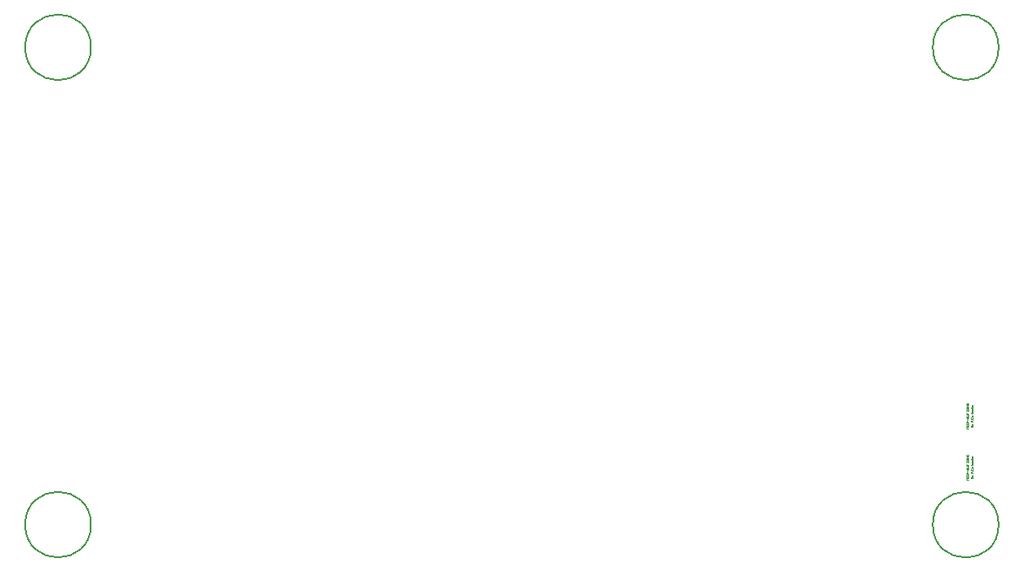
<source format=gbr>
%TF.GenerationSoftware,KiCad,Pcbnew,7.0.7*%
%TF.CreationDate,2023-08-28T09:58:41+02:00*%
%TF.ProjectId,solenoidDecoder,736f6c65-6e6f-4696-9444-65636f646572,rev?*%
%TF.SameCoordinates,Original*%
%TF.FileFunction,Other,Comment*%
%FSLAX46Y46*%
G04 Gerber Fmt 4.6, Leading zero omitted, Abs format (unit mm)*
G04 Created by KiCad (PCBNEW 7.0.7) date 2023-08-28 09:58:41*
%MOMM*%
%LPD*%
G01*
G04 APERTURE LIST*
%ADD10C,0.030000*%
%ADD11C,0.150000*%
G04 APERTURE END LIST*
D10*
X143781963Y-82125284D02*
X143581963Y-82125284D01*
X143781963Y-82010999D02*
X143667678Y-82096713D01*
X143581963Y-82010999D02*
X143696249Y-82125284D01*
X143677201Y-81925284D02*
X143677201Y-81858618D01*
X143781963Y-81830046D02*
X143781963Y-81925284D01*
X143781963Y-81925284D02*
X143581963Y-81925284D01*
X143581963Y-81925284D02*
X143581963Y-81830046D01*
X143677201Y-81744332D02*
X143677201Y-81677666D01*
X143781963Y-81649094D02*
X143781963Y-81744332D01*
X143781963Y-81744332D02*
X143581963Y-81744332D01*
X143581963Y-81744332D02*
X143581963Y-81649094D01*
X143781963Y-81563380D02*
X143581963Y-81563380D01*
X143581963Y-81563380D02*
X143581963Y-81487190D01*
X143581963Y-81487190D02*
X143591487Y-81468142D01*
X143591487Y-81468142D02*
X143601011Y-81458619D01*
X143601011Y-81458619D02*
X143620059Y-81449095D01*
X143620059Y-81449095D02*
X143648630Y-81449095D01*
X143648630Y-81449095D02*
X143667678Y-81458619D01*
X143667678Y-81458619D02*
X143677201Y-81468142D01*
X143677201Y-81468142D02*
X143686725Y-81487190D01*
X143686725Y-81487190D02*
X143686725Y-81563380D01*
X143705773Y-81363380D02*
X143705773Y-81211000D01*
X143581963Y-81077666D02*
X143581963Y-81039571D01*
X143581963Y-81039571D02*
X143591487Y-81020523D01*
X143591487Y-81020523D02*
X143610535Y-81001476D01*
X143610535Y-81001476D02*
X143648630Y-80991952D01*
X143648630Y-80991952D02*
X143715297Y-80991952D01*
X143715297Y-80991952D02*
X143753392Y-81001476D01*
X143753392Y-81001476D02*
X143772440Y-81020523D01*
X143772440Y-81020523D02*
X143781963Y-81039571D01*
X143781963Y-81039571D02*
X143781963Y-81077666D01*
X143781963Y-81077666D02*
X143772440Y-81096714D01*
X143772440Y-81096714D02*
X143753392Y-81115761D01*
X143753392Y-81115761D02*
X143715297Y-81125285D01*
X143715297Y-81125285D02*
X143648630Y-81125285D01*
X143648630Y-81125285D02*
X143610535Y-81115761D01*
X143610535Y-81115761D02*
X143591487Y-81096714D01*
X143591487Y-81096714D02*
X143581963Y-81077666D01*
X143581963Y-80906237D02*
X143743868Y-80906237D01*
X143743868Y-80906237D02*
X143762916Y-80896714D01*
X143762916Y-80896714D02*
X143772440Y-80887190D01*
X143772440Y-80887190D02*
X143781963Y-80868142D01*
X143781963Y-80868142D02*
X143781963Y-80830047D01*
X143781963Y-80830047D02*
X143772440Y-80810999D01*
X143772440Y-80810999D02*
X143762916Y-80801476D01*
X143762916Y-80801476D02*
X143743868Y-80791952D01*
X143743868Y-80791952D02*
X143581963Y-80791952D01*
X143581963Y-80725285D02*
X143581963Y-80610999D01*
X143781963Y-80668142D02*
X143581963Y-80668142D01*
X143581963Y-80410999D02*
X143581963Y-80277666D01*
X143581963Y-80277666D02*
X143781963Y-80410999D01*
X143781963Y-80410999D02*
X143781963Y-80277666D01*
X143581963Y-80163380D02*
X143581963Y-80125285D01*
X143581963Y-80125285D02*
X143591487Y-80106237D01*
X143591487Y-80106237D02*
X143610535Y-80087190D01*
X143610535Y-80087190D02*
X143648630Y-80077666D01*
X143648630Y-80077666D02*
X143715297Y-80077666D01*
X143715297Y-80077666D02*
X143753392Y-80087190D01*
X143753392Y-80087190D02*
X143772440Y-80106237D01*
X143772440Y-80106237D02*
X143781963Y-80125285D01*
X143781963Y-80125285D02*
X143781963Y-80163380D01*
X143781963Y-80163380D02*
X143772440Y-80182428D01*
X143772440Y-80182428D02*
X143753392Y-80201475D01*
X143753392Y-80201475D02*
X143715297Y-80210999D01*
X143715297Y-80210999D02*
X143648630Y-80210999D01*
X143648630Y-80210999D02*
X143610535Y-80201475D01*
X143610535Y-80201475D02*
X143591487Y-80182428D01*
X143591487Y-80182428D02*
X143581963Y-80163380D01*
X143781963Y-79991951D02*
X143581963Y-79991951D01*
X143581963Y-79991951D02*
X143781963Y-79877666D01*
X143781963Y-79877666D02*
X143581963Y-79877666D01*
X143677201Y-79782427D02*
X143677201Y-79715761D01*
X143781963Y-79687189D02*
X143781963Y-79782427D01*
X143781963Y-79782427D02*
X143581963Y-79782427D01*
X143581963Y-79782427D02*
X143581963Y-79687189D01*
X144181963Y-81991952D02*
X143981963Y-81991952D01*
X143981963Y-81991952D02*
X144181963Y-81877667D01*
X144181963Y-81877667D02*
X143981963Y-81877667D01*
X144181963Y-81753857D02*
X144172440Y-81772905D01*
X144172440Y-81772905D02*
X144162916Y-81782428D01*
X144162916Y-81782428D02*
X144143868Y-81791952D01*
X144143868Y-81791952D02*
X144086725Y-81791952D01*
X144086725Y-81791952D02*
X144067678Y-81782428D01*
X144067678Y-81782428D02*
X144058154Y-81772905D01*
X144058154Y-81772905D02*
X144048630Y-81753857D01*
X144048630Y-81753857D02*
X144048630Y-81725286D01*
X144048630Y-81725286D02*
X144058154Y-81706238D01*
X144058154Y-81706238D02*
X144067678Y-81696714D01*
X144067678Y-81696714D02*
X144086725Y-81687190D01*
X144086725Y-81687190D02*
X144143868Y-81687190D01*
X144143868Y-81687190D02*
X144162916Y-81696714D01*
X144162916Y-81696714D02*
X144172440Y-81706238D01*
X144172440Y-81706238D02*
X144181963Y-81725286D01*
X144181963Y-81725286D02*
X144181963Y-81753857D01*
X144077201Y-81382429D02*
X144077201Y-81449095D01*
X144181963Y-81449095D02*
X143981963Y-81449095D01*
X143981963Y-81449095D02*
X143981963Y-81353857D01*
X144162916Y-81277666D02*
X144172440Y-81268143D01*
X144172440Y-81268143D02*
X144181963Y-81277666D01*
X144181963Y-81277666D02*
X144172440Y-81287190D01*
X144172440Y-81287190D02*
X144162916Y-81277666D01*
X144162916Y-81277666D02*
X144181963Y-81277666D01*
X144162916Y-81068143D02*
X144172440Y-81077667D01*
X144172440Y-81077667D02*
X144181963Y-81106238D01*
X144181963Y-81106238D02*
X144181963Y-81125286D01*
X144181963Y-81125286D02*
X144172440Y-81153857D01*
X144172440Y-81153857D02*
X144153392Y-81172905D01*
X144153392Y-81172905D02*
X144134344Y-81182428D01*
X144134344Y-81182428D02*
X144096249Y-81191952D01*
X144096249Y-81191952D02*
X144067678Y-81191952D01*
X144067678Y-81191952D02*
X144029582Y-81182428D01*
X144029582Y-81182428D02*
X144010535Y-81172905D01*
X144010535Y-81172905D02*
X143991487Y-81153857D01*
X143991487Y-81153857D02*
X143981963Y-81125286D01*
X143981963Y-81125286D02*
X143981963Y-81106238D01*
X143981963Y-81106238D02*
X143991487Y-81077667D01*
X143991487Y-81077667D02*
X144001011Y-81068143D01*
X144048630Y-80896714D02*
X144181963Y-80896714D01*
X144048630Y-80982428D02*
X144153392Y-80982428D01*
X144153392Y-80982428D02*
X144172440Y-80972905D01*
X144172440Y-80972905D02*
X144181963Y-80953857D01*
X144181963Y-80953857D02*
X144181963Y-80925286D01*
X144181963Y-80925286D02*
X144172440Y-80906238D01*
X144172440Y-80906238D02*
X144162916Y-80896714D01*
X144048630Y-80677667D02*
X144048630Y-80601476D01*
X143981963Y-80649095D02*
X144153392Y-80649095D01*
X144153392Y-80649095D02*
X144172440Y-80639572D01*
X144172440Y-80639572D02*
X144181963Y-80620524D01*
X144181963Y-80620524D02*
X144181963Y-80601476D01*
X144181963Y-80534809D02*
X144048630Y-80534809D01*
X144086725Y-80534809D02*
X144067678Y-80525286D01*
X144067678Y-80525286D02*
X144058154Y-80515762D01*
X144058154Y-80515762D02*
X144048630Y-80496714D01*
X144048630Y-80496714D02*
X144048630Y-80477667D01*
X144181963Y-80325285D02*
X144077201Y-80325285D01*
X144077201Y-80325285D02*
X144058154Y-80334809D01*
X144058154Y-80334809D02*
X144048630Y-80353857D01*
X144048630Y-80353857D02*
X144048630Y-80391952D01*
X144048630Y-80391952D02*
X144058154Y-80410999D01*
X144172440Y-80325285D02*
X144181963Y-80344333D01*
X144181963Y-80344333D02*
X144181963Y-80391952D01*
X144181963Y-80391952D02*
X144172440Y-80410999D01*
X144172440Y-80410999D02*
X144153392Y-80420523D01*
X144153392Y-80420523D02*
X144134344Y-80420523D01*
X144134344Y-80420523D02*
X144115297Y-80410999D01*
X144115297Y-80410999D02*
X144105773Y-80391952D01*
X144105773Y-80391952D02*
X144105773Y-80344333D01*
X144105773Y-80344333D02*
X144096249Y-80325285D01*
X144172440Y-80144333D02*
X144181963Y-80163381D01*
X144181963Y-80163381D02*
X144181963Y-80201476D01*
X144181963Y-80201476D02*
X144172440Y-80220524D01*
X144172440Y-80220524D02*
X144162916Y-80230047D01*
X144162916Y-80230047D02*
X144143868Y-80239571D01*
X144143868Y-80239571D02*
X144086725Y-80239571D01*
X144086725Y-80239571D02*
X144067678Y-80230047D01*
X144067678Y-80230047D02*
X144058154Y-80220524D01*
X144058154Y-80220524D02*
X144048630Y-80201476D01*
X144048630Y-80201476D02*
X144048630Y-80163381D01*
X144048630Y-80163381D02*
X144058154Y-80144333D01*
X144181963Y-80058618D02*
X143981963Y-80058618D01*
X144105773Y-80039571D02*
X144181963Y-79982428D01*
X144048630Y-79982428D02*
X144124820Y-80058618D01*
X144172440Y-79906237D02*
X144181963Y-79887190D01*
X144181963Y-79887190D02*
X144181963Y-79849094D01*
X144181963Y-79849094D02*
X144172440Y-79830047D01*
X144172440Y-79830047D02*
X144153392Y-79820523D01*
X144153392Y-79820523D02*
X144143868Y-79820523D01*
X144143868Y-79820523D02*
X144124820Y-79830047D01*
X144124820Y-79830047D02*
X144115297Y-79849094D01*
X144115297Y-79849094D02*
X144115297Y-79877666D01*
X144115297Y-79877666D02*
X144105773Y-79896713D01*
X144105773Y-79896713D02*
X144086725Y-79906237D01*
X144086725Y-79906237D02*
X144077201Y-79906237D01*
X144077201Y-79906237D02*
X144058154Y-79896713D01*
X144058154Y-79896713D02*
X144048630Y-79877666D01*
X144048630Y-79877666D02*
X144048630Y-79849094D01*
X144048630Y-79849094D02*
X144058154Y-79830047D01*
X143781963Y-77125284D02*
X143581963Y-77125284D01*
X143781963Y-77010999D02*
X143667678Y-77096713D01*
X143581963Y-77010999D02*
X143696249Y-77125284D01*
X143677201Y-76925284D02*
X143677201Y-76858618D01*
X143781963Y-76830046D02*
X143781963Y-76925284D01*
X143781963Y-76925284D02*
X143581963Y-76925284D01*
X143581963Y-76925284D02*
X143581963Y-76830046D01*
X143677201Y-76744332D02*
X143677201Y-76677666D01*
X143781963Y-76649094D02*
X143781963Y-76744332D01*
X143781963Y-76744332D02*
X143581963Y-76744332D01*
X143581963Y-76744332D02*
X143581963Y-76649094D01*
X143781963Y-76563380D02*
X143581963Y-76563380D01*
X143581963Y-76563380D02*
X143581963Y-76487190D01*
X143581963Y-76487190D02*
X143591487Y-76468142D01*
X143591487Y-76468142D02*
X143601011Y-76458619D01*
X143601011Y-76458619D02*
X143620059Y-76449095D01*
X143620059Y-76449095D02*
X143648630Y-76449095D01*
X143648630Y-76449095D02*
X143667678Y-76458619D01*
X143667678Y-76458619D02*
X143677201Y-76468142D01*
X143677201Y-76468142D02*
X143686725Y-76487190D01*
X143686725Y-76487190D02*
X143686725Y-76563380D01*
X143705773Y-76363380D02*
X143705773Y-76211000D01*
X143581963Y-76077666D02*
X143581963Y-76039571D01*
X143581963Y-76039571D02*
X143591487Y-76020523D01*
X143591487Y-76020523D02*
X143610535Y-76001476D01*
X143610535Y-76001476D02*
X143648630Y-75991952D01*
X143648630Y-75991952D02*
X143715297Y-75991952D01*
X143715297Y-75991952D02*
X143753392Y-76001476D01*
X143753392Y-76001476D02*
X143772440Y-76020523D01*
X143772440Y-76020523D02*
X143781963Y-76039571D01*
X143781963Y-76039571D02*
X143781963Y-76077666D01*
X143781963Y-76077666D02*
X143772440Y-76096714D01*
X143772440Y-76096714D02*
X143753392Y-76115761D01*
X143753392Y-76115761D02*
X143715297Y-76125285D01*
X143715297Y-76125285D02*
X143648630Y-76125285D01*
X143648630Y-76125285D02*
X143610535Y-76115761D01*
X143610535Y-76115761D02*
X143591487Y-76096714D01*
X143591487Y-76096714D02*
X143581963Y-76077666D01*
X143581963Y-75906237D02*
X143743868Y-75906237D01*
X143743868Y-75906237D02*
X143762916Y-75896714D01*
X143762916Y-75896714D02*
X143772440Y-75887190D01*
X143772440Y-75887190D02*
X143781963Y-75868142D01*
X143781963Y-75868142D02*
X143781963Y-75830047D01*
X143781963Y-75830047D02*
X143772440Y-75810999D01*
X143772440Y-75810999D02*
X143762916Y-75801476D01*
X143762916Y-75801476D02*
X143743868Y-75791952D01*
X143743868Y-75791952D02*
X143581963Y-75791952D01*
X143581963Y-75725285D02*
X143581963Y-75610999D01*
X143781963Y-75668142D02*
X143581963Y-75668142D01*
X143581963Y-75410999D02*
X143581963Y-75277666D01*
X143581963Y-75277666D02*
X143781963Y-75410999D01*
X143781963Y-75410999D02*
X143781963Y-75277666D01*
X143581963Y-75163380D02*
X143581963Y-75125285D01*
X143581963Y-75125285D02*
X143591487Y-75106237D01*
X143591487Y-75106237D02*
X143610535Y-75087190D01*
X143610535Y-75087190D02*
X143648630Y-75077666D01*
X143648630Y-75077666D02*
X143715297Y-75077666D01*
X143715297Y-75077666D02*
X143753392Y-75087190D01*
X143753392Y-75087190D02*
X143772440Y-75106237D01*
X143772440Y-75106237D02*
X143781963Y-75125285D01*
X143781963Y-75125285D02*
X143781963Y-75163380D01*
X143781963Y-75163380D02*
X143772440Y-75182428D01*
X143772440Y-75182428D02*
X143753392Y-75201475D01*
X143753392Y-75201475D02*
X143715297Y-75210999D01*
X143715297Y-75210999D02*
X143648630Y-75210999D01*
X143648630Y-75210999D02*
X143610535Y-75201475D01*
X143610535Y-75201475D02*
X143591487Y-75182428D01*
X143591487Y-75182428D02*
X143581963Y-75163380D01*
X143781963Y-74991951D02*
X143581963Y-74991951D01*
X143581963Y-74991951D02*
X143781963Y-74877666D01*
X143781963Y-74877666D02*
X143581963Y-74877666D01*
X143677201Y-74782427D02*
X143677201Y-74715761D01*
X143781963Y-74687189D02*
X143781963Y-74782427D01*
X143781963Y-74782427D02*
X143581963Y-74782427D01*
X143581963Y-74782427D02*
X143581963Y-74687189D01*
X144181963Y-76991952D02*
X143981963Y-76991952D01*
X143981963Y-76991952D02*
X144181963Y-76877667D01*
X144181963Y-76877667D02*
X143981963Y-76877667D01*
X144181963Y-76753857D02*
X144172440Y-76772905D01*
X144172440Y-76772905D02*
X144162916Y-76782428D01*
X144162916Y-76782428D02*
X144143868Y-76791952D01*
X144143868Y-76791952D02*
X144086725Y-76791952D01*
X144086725Y-76791952D02*
X144067678Y-76782428D01*
X144067678Y-76782428D02*
X144058154Y-76772905D01*
X144058154Y-76772905D02*
X144048630Y-76753857D01*
X144048630Y-76753857D02*
X144048630Y-76725286D01*
X144048630Y-76725286D02*
X144058154Y-76706238D01*
X144058154Y-76706238D02*
X144067678Y-76696714D01*
X144067678Y-76696714D02*
X144086725Y-76687190D01*
X144086725Y-76687190D02*
X144143868Y-76687190D01*
X144143868Y-76687190D02*
X144162916Y-76696714D01*
X144162916Y-76696714D02*
X144172440Y-76706238D01*
X144172440Y-76706238D02*
X144181963Y-76725286D01*
X144181963Y-76725286D02*
X144181963Y-76753857D01*
X144077201Y-76382429D02*
X144077201Y-76449095D01*
X144181963Y-76449095D02*
X143981963Y-76449095D01*
X143981963Y-76449095D02*
X143981963Y-76353857D01*
X144162916Y-76277666D02*
X144172440Y-76268143D01*
X144172440Y-76268143D02*
X144181963Y-76277666D01*
X144181963Y-76277666D02*
X144172440Y-76287190D01*
X144172440Y-76287190D02*
X144162916Y-76277666D01*
X144162916Y-76277666D02*
X144181963Y-76277666D01*
X144162916Y-76068143D02*
X144172440Y-76077667D01*
X144172440Y-76077667D02*
X144181963Y-76106238D01*
X144181963Y-76106238D02*
X144181963Y-76125286D01*
X144181963Y-76125286D02*
X144172440Y-76153857D01*
X144172440Y-76153857D02*
X144153392Y-76172905D01*
X144153392Y-76172905D02*
X144134344Y-76182428D01*
X144134344Y-76182428D02*
X144096249Y-76191952D01*
X144096249Y-76191952D02*
X144067678Y-76191952D01*
X144067678Y-76191952D02*
X144029582Y-76182428D01*
X144029582Y-76182428D02*
X144010535Y-76172905D01*
X144010535Y-76172905D02*
X143991487Y-76153857D01*
X143991487Y-76153857D02*
X143981963Y-76125286D01*
X143981963Y-76125286D02*
X143981963Y-76106238D01*
X143981963Y-76106238D02*
X143991487Y-76077667D01*
X143991487Y-76077667D02*
X144001011Y-76068143D01*
X144048630Y-75896714D02*
X144181963Y-75896714D01*
X144048630Y-75982428D02*
X144153392Y-75982428D01*
X144153392Y-75982428D02*
X144172440Y-75972905D01*
X144172440Y-75972905D02*
X144181963Y-75953857D01*
X144181963Y-75953857D02*
X144181963Y-75925286D01*
X144181963Y-75925286D02*
X144172440Y-75906238D01*
X144172440Y-75906238D02*
X144162916Y-75896714D01*
X144048630Y-75677667D02*
X144048630Y-75601476D01*
X143981963Y-75649095D02*
X144153392Y-75649095D01*
X144153392Y-75649095D02*
X144172440Y-75639572D01*
X144172440Y-75639572D02*
X144181963Y-75620524D01*
X144181963Y-75620524D02*
X144181963Y-75601476D01*
X144181963Y-75534809D02*
X144048630Y-75534809D01*
X144086725Y-75534809D02*
X144067678Y-75525286D01*
X144067678Y-75525286D02*
X144058154Y-75515762D01*
X144058154Y-75515762D02*
X144048630Y-75496714D01*
X144048630Y-75496714D02*
X144048630Y-75477667D01*
X144181963Y-75325285D02*
X144077201Y-75325285D01*
X144077201Y-75325285D02*
X144058154Y-75334809D01*
X144058154Y-75334809D02*
X144048630Y-75353857D01*
X144048630Y-75353857D02*
X144048630Y-75391952D01*
X144048630Y-75391952D02*
X144058154Y-75410999D01*
X144172440Y-75325285D02*
X144181963Y-75344333D01*
X144181963Y-75344333D02*
X144181963Y-75391952D01*
X144181963Y-75391952D02*
X144172440Y-75410999D01*
X144172440Y-75410999D02*
X144153392Y-75420523D01*
X144153392Y-75420523D02*
X144134344Y-75420523D01*
X144134344Y-75420523D02*
X144115297Y-75410999D01*
X144115297Y-75410999D02*
X144105773Y-75391952D01*
X144105773Y-75391952D02*
X144105773Y-75344333D01*
X144105773Y-75344333D02*
X144096249Y-75325285D01*
X144172440Y-75144333D02*
X144181963Y-75163381D01*
X144181963Y-75163381D02*
X144181963Y-75201476D01*
X144181963Y-75201476D02*
X144172440Y-75220524D01*
X144172440Y-75220524D02*
X144162916Y-75230047D01*
X144162916Y-75230047D02*
X144143868Y-75239571D01*
X144143868Y-75239571D02*
X144086725Y-75239571D01*
X144086725Y-75239571D02*
X144067678Y-75230047D01*
X144067678Y-75230047D02*
X144058154Y-75220524D01*
X144058154Y-75220524D02*
X144048630Y-75201476D01*
X144048630Y-75201476D02*
X144048630Y-75163381D01*
X144048630Y-75163381D02*
X144058154Y-75144333D01*
X144181963Y-75058618D02*
X143981963Y-75058618D01*
X144105773Y-75039571D02*
X144181963Y-74982428D01*
X144048630Y-74982428D02*
X144124820Y-75058618D01*
X144172440Y-74906237D02*
X144181963Y-74887190D01*
X144181963Y-74887190D02*
X144181963Y-74849094D01*
X144181963Y-74849094D02*
X144172440Y-74830047D01*
X144172440Y-74830047D02*
X144153392Y-74820523D01*
X144153392Y-74820523D02*
X144143868Y-74820523D01*
X144143868Y-74820523D02*
X144124820Y-74830047D01*
X144124820Y-74830047D02*
X144115297Y-74849094D01*
X144115297Y-74849094D02*
X144115297Y-74877666D01*
X144115297Y-74877666D02*
X144105773Y-74896713D01*
X144105773Y-74896713D02*
X144086725Y-74906237D01*
X144086725Y-74906237D02*
X144077201Y-74906237D01*
X144077201Y-74906237D02*
X144058154Y-74896713D01*
X144058154Y-74896713D02*
X144048630Y-74877666D01*
X144048630Y-74877666D02*
X144048630Y-74849094D01*
X144048630Y-74849094D02*
X144058154Y-74830047D01*
D11*
%TO.C,REF\u002A\u002A*%
X146700000Y-40000000D02*
G75*
G03*
X146700000Y-40000000I-3200000J0D01*
G01*
X58445000Y-40000000D02*
G75*
G03*
X58445000Y-40000000I-3200000J0D01*
G01*
X146700000Y-86500000D02*
G75*
G03*
X146700000Y-86500000I-3200000J0D01*
G01*
X58445000Y-86487000D02*
G75*
G03*
X58445000Y-86487000I-3200000J0D01*
G01*
%TD*%
M02*

</source>
